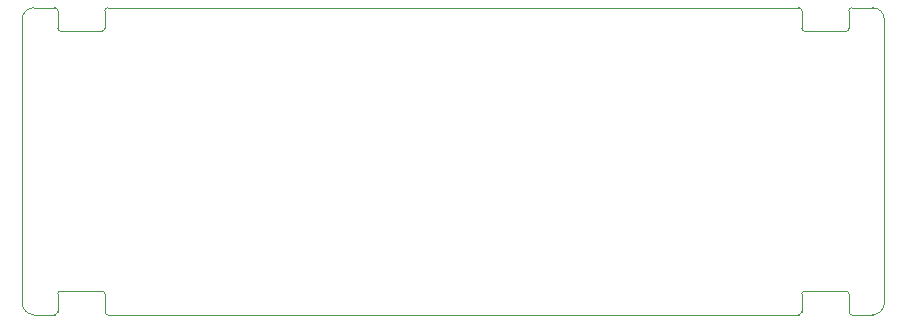
<source format=gbr>
%TF.GenerationSoftware,KiCad,Pcbnew,6.0.7-f9a2dced07~116~ubuntu20.04.1*%
%TF.CreationDate,2022-09-20T13:31:56+02:00*%
%TF.ProjectId,MateLightPowerSupplyPcb,4d617465-4c69-4676-9874-506f77657253,rev?*%
%TF.SameCoordinates,Original*%
%TF.FileFunction,Profile,NP*%
%FSLAX46Y46*%
G04 Gerber Fmt 4.6, Leading zero omitted, Abs format (unit mm)*
G04 Created by KiCad (PCBNEW 6.0.7-f9a2dced07~116~ubuntu20.04.1) date 2022-09-20 13:31:56*
%MOMM*%
%LPD*%
G01*
G04 APERTURE LIST*
%TA.AperFunction,Profile*%
%ADD10C,0.100000*%
%TD*%
G04 APERTURE END LIST*
D10*
X172000000Y-126000000D02*
G75*
G03*
X173000000Y-125000000I0J1000000D01*
G01*
X100000000Y-125000000D02*
X100000000Y-101000000D01*
X165750000Y-126000000D02*
X107250000Y-126000000D01*
X166250000Y-124000000D02*
G75*
G03*
X166000000Y-124250000I0J-250000D01*
G01*
X170250000Y-100000000D02*
G75*
G03*
X170000000Y-100250000I0J-250000D01*
G01*
X165750000Y-126000000D02*
G75*
G03*
X166000000Y-125750000I0J250000D01*
G01*
X107000000Y-125750000D02*
G75*
G03*
X107250000Y-126000000I250000J0D01*
G01*
X173000000Y-101000000D02*
G75*
G03*
X172000000Y-100000000I-1000000J0D01*
G01*
X173000000Y-101000000D02*
X173000000Y-125000000D01*
X166000000Y-100250000D02*
G75*
G03*
X165750000Y-100000000I-250000J0D01*
G01*
X103250000Y-124000000D02*
G75*
G03*
X103000000Y-124250000I0J-250000D01*
G01*
X170000000Y-101750000D02*
X170000000Y-100250000D01*
X103000000Y-100250000D02*
X103000000Y-101750000D01*
X166000000Y-124250000D02*
X166000000Y-125750000D01*
X103000000Y-124250000D02*
X103000000Y-125750000D01*
X107250000Y-100000000D02*
G75*
G03*
X107000000Y-100250000I0J-250000D01*
G01*
X166000000Y-100250000D02*
X166000000Y-101750000D01*
X106750000Y-124000000D02*
X103250000Y-124000000D01*
X103000000Y-101750000D02*
G75*
G03*
X103250000Y-102000000I250000J0D01*
G01*
X107000000Y-124250000D02*
G75*
G03*
X106750000Y-124000000I-250000J0D01*
G01*
X169750000Y-102000000D02*
G75*
G03*
X170000000Y-101750000I0J250000D01*
G01*
X102750000Y-126000000D02*
X101000000Y-126000000D01*
X166000000Y-101750000D02*
G75*
G03*
X166250000Y-102000000I250000J0D01*
G01*
X107000000Y-125750000D02*
X107000000Y-124250000D01*
X172000000Y-126000000D02*
X170250000Y-126000000D01*
X170000000Y-125750000D02*
X170000000Y-124250000D01*
X101000000Y-100000000D02*
G75*
G03*
X100000000Y-101000000I0J-1000000D01*
G01*
X107000000Y-101750000D02*
X107000000Y-100250000D01*
X170000000Y-125750000D02*
G75*
G03*
X170250000Y-126000000I250000J0D01*
G01*
X169750000Y-124000000D02*
X166250000Y-124000000D01*
X170000000Y-124250000D02*
G75*
G03*
X169750000Y-124000000I-250000J0D01*
G01*
X102750000Y-100000000D02*
X101000000Y-100000000D01*
X103000000Y-100250000D02*
G75*
G03*
X102750000Y-100000000I-250000J0D01*
G01*
X107250000Y-100000000D02*
X165750000Y-100000000D01*
X172000000Y-100000000D02*
X170250000Y-100000000D01*
X100000000Y-125000000D02*
G75*
G03*
X101000000Y-126000000I1000000J0D01*
G01*
X103250000Y-102000000D02*
X106750000Y-102000000D01*
X166250000Y-102000000D02*
X169750000Y-102000000D01*
X102750000Y-126000000D02*
G75*
G03*
X103000000Y-125750000I0J250000D01*
G01*
X106750000Y-102000000D02*
G75*
G03*
X107000000Y-101750000I0J250000D01*
G01*
M02*

</source>
